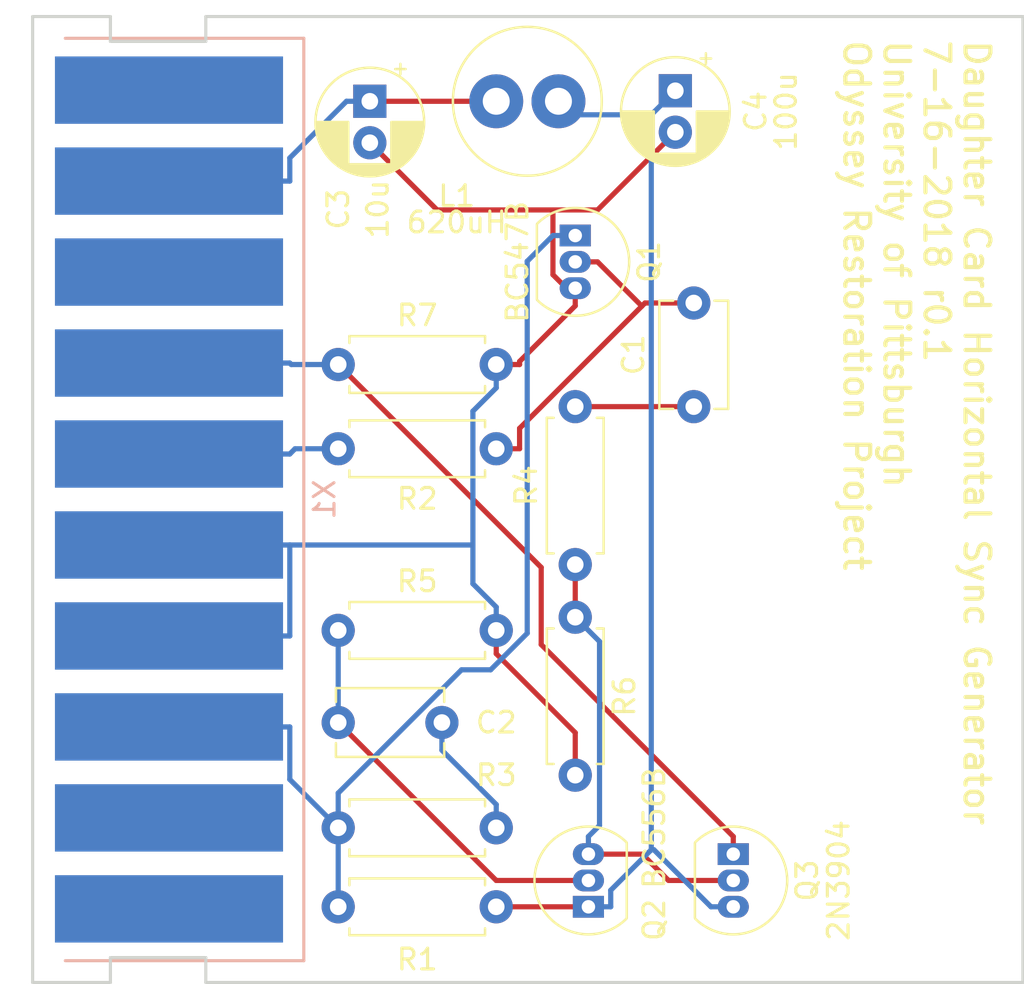
<source format=kicad_pcb>
(kicad_pcb (version 20171130) (host pcbnew "(2017-12-21 revision 23d71cfa9)-makepkg")

  (general
    (thickness 1.6)
    (drawings 13)
    (tracks 83)
    (zones 0)
    (modules 16)
    (nets 16)
  )

  (page A4)
  (title_block
    (title "Odyssey Daughter Card Horizontal Sync Generator")
    (date 2018-07-16)
    (rev 0.1)
    (company "University of Pittsburgh - Odyssey Restoration Project")
    (comment 1 "Levi Burner")
  )

  (layers
    (0 F.Cu signal)
    (31 B.Cu signal)
    (32 B.Adhes user)
    (33 F.Adhes user)
    (34 B.Paste user)
    (35 F.Paste user)
    (36 B.SilkS user)
    (37 F.SilkS user)
    (38 B.Mask user)
    (39 F.Mask user)
    (40 Dwgs.User user)
    (41 Cmts.User user)
    (42 Eco1.User user)
    (43 Eco2.User user)
    (44 Edge.Cuts user)
    (45 Margin user)
    (46 B.CrtYd user)
    (47 F.CrtYd user)
    (48 B.Fab user)
    (49 F.Fab user)
  )

  (setup
    (last_trace_width 0.25)
    (user_trace_width 2.5)
    (trace_clearance 0.2)
    (zone_clearance 0.508)
    (zone_45_only no)
    (trace_min 0.2)
    (segment_width 0.2)
    (edge_width 0.15)
    (via_size 0.8)
    (via_drill 0.4)
    (via_min_size 0.4)
    (via_min_drill 0.3)
    (uvia_size 0.3)
    (uvia_drill 0.1)
    (uvias_allowed no)
    (uvia_min_size 0.2)
    (uvia_min_drill 0.1)
    (pcb_text_width 0.3)
    (pcb_text_size 1.5 1.5)
    (mod_edge_width 0.15)
    (mod_text_size 1 1)
    (mod_text_width 0.15)
    (pad_size 1.05 1.5)
    (pad_drill 0.65)
    (pad_to_mask_clearance 0.2)
    (aux_axis_origin 0 0)
    (visible_elements 7FFFFFFF)
    (pcbplotparams
      (layerselection 0x010f0_ffffffff)
      (usegerberextensions false)
      (usegerberattributes false)
      (usegerberadvancedattributes false)
      (creategerberjobfile false)
      (excludeedgelayer true)
      (linewidth 0.100000)
      (plotframeref false)
      (viasonmask false)
      (mode 1)
      (useauxorigin false)
      (hpglpennumber 1)
      (hpglpenspeed 20)
      (hpglpendiameter 15)
      (psnegative false)
      (psa4output false)
      (plotreference true)
      (plotvalue true)
      (plotinvisibletext false)
      (padsonsilk false)
      (subtractmaskfromsilk false)
      (outputformat 1)
      (mirror false)
      (drillshape 0)
      (scaleselection 1)
      (outputdirectory gerbers/))
  )

  (net 0 "")
  (net 1 "Net-(C1-Pad1)")
  (net 2 "Net-(C1-Pad2)")
  (net 3 "Net-(C2-Pad2)")
  (net 4 "Net-(C2-Pad1)")
  (net 5 /Card9)
  (net 6 GND)
  (net 7 "Net-(C4-Pad1)")
  (net 8 /Card3)
  (net 9 "Net-(Q2-Pad3)")
  (net 10 /Card7)
  (net 11 /Card6)
  (net 12 /Card10)
  (net 13 /Card8)
  (net 14 /Card2)
  (net 15 /Card1)

  (net_class Default "This is the default net class."
    (clearance 0.2)
    (trace_width 0.25)
    (via_dia 0.8)
    (via_drill 0.4)
    (uvia_dia 0.3)
    (uvia_drill 0.1)
    (add_net /Card1)
    (add_net /Card10)
    (add_net /Card2)
    (add_net /Card3)
    (add_net /Card6)
    (add_net /Card7)
    (add_net /Card8)
    (add_net /Card9)
    (add_net GND)
    (add_net "Net-(C1-Pad1)")
    (add_net "Net-(C1-Pad2)")
    (add_net "Net-(C2-Pad1)")
    (add_net "Net-(C2-Pad2)")
    (add_net "Net-(C4-Pad1)")
    (add_net "Net-(Q2-Pad3)")
  )

  (module Odyssey_Daughter_Card:Odyssey_Daughter_Card (layer F.Cu) (tedit 5B0D8ECD) (tstamp 5B2441A7)
    (at 129 101)
    (path /5B0D981F)
    (fp_text reference X1 (at 7.5 0 90) (layer B.SilkS)
      (effects (font (size 1 1) (thickness 0.15)) (justify mirror))
    )
    (fp_text value OdysseyDaughterCard (at 0 -23.25) (layer F.Fab)
      (effects (font (size 1 1) (thickness 0.15)))
    )
    (fp_line (start -5 -22.25) (end 6.5 -22.25) (layer B.SilkS) (width 0.15))
    (fp_line (start 6.5 -22.25) (end 6.5 22.25) (layer B.SilkS) (width 0.15))
    (fp_line (start 6.5 22.25) (end -5 22.25) (layer B.SilkS) (width 0.15))
    (pad 10 smd rect (at 0 -19.75) (size 11 3.25) (layers B.Cu B.Mask)
      (net 12 /Card10))
    (pad 9 smd rect (at 0 -15.361112) (size 11 3.25) (layers B.Cu B.Mask)
      (net 5 /Card9))
    (pad 8 smd rect (at 0 -10.972224) (size 11 3.25) (layers B.Cu B.Mask)
      (net 13 /Card8))
    (pad 7 smd rect (at 0 -6.583336) (size 11 3.25) (layers B.Cu B.Mask)
      (net 10 /Card7))
    (pad 6 smd rect (at 0 -2.194448) (size 11 3.25) (layers B.Cu B.Mask)
      (net 11 /Card6))
    (pad 5 smd rect (at 0 2.19444) (size 11 3.25) (layers B.Cu B.Mask)
      (net 6 GND))
    (pad 4 smd rect (at 0 6.583328) (size 11 3.25) (layers B.Cu B.Mask)
      (net 6 GND))
    (pad 3 smd rect (at 0 10.972216) (size 11 3.25) (layers B.Cu B.Mask)
      (net 8 /Card3))
    (pad 2 smd rect (at 0 15.361104) (size 11 3.25) (layers B.Cu B.Mask)
      (net 14 /Card2))
    (pad 1 smd rect (at 0 19.749992) (size 11 3.25) (layers B.Cu B.Mask)
      (net 15 /Card1))
  )

  (module Capacitor_THT:C_Disc_D5.1mm_W3.2mm_P5.00mm (layer F.Cu) (tedit 5A142A3B) (tstamp 5B79DF06)
    (at 154.305 96.52 90)
    (descr "C, Disc series, Radial, pin pitch=5.00mm, diameter*width=5.1*3.2mm^2, Capacitor, http://www.vishay.com/docs/45233/krseries.pdf")
    (tags "C Disc series Radial pin pitch 5.00mm  diameter 5.1mm width 3.2mm Capacitor")
    (path /5B4D29F6)
    (fp_text reference C1 (at 2.5 -2.91 90) (layer F.SilkS)
      (effects (font (size 1 1) (thickness 0.15)))
    )
    (fp_text value 470p (at 2.5 2.91 90) (layer F.Fab)
      (effects (font (size 1 1) (thickness 0.15)))
    )
    (fp_line (start -0.05 -1.6) (end -0.05 1.6) (layer F.Fab) (width 0.1))
    (fp_line (start -0.05 1.6) (end 5.05 1.6) (layer F.Fab) (width 0.1))
    (fp_line (start 5.05 1.6) (end 5.05 -1.6) (layer F.Fab) (width 0.1))
    (fp_line (start 5.05 -1.6) (end -0.05 -1.6) (layer F.Fab) (width 0.1))
    (fp_line (start -0.11 -1.66) (end 5.11 -1.66) (layer F.SilkS) (width 0.12))
    (fp_line (start -0.11 1.66) (end 5.11 1.66) (layer F.SilkS) (width 0.12))
    (fp_line (start -0.11 -1.66) (end -0.11 -0.996) (layer F.SilkS) (width 0.12))
    (fp_line (start -0.11 0.996) (end -0.11 1.66) (layer F.SilkS) (width 0.12))
    (fp_line (start 5.11 -1.66) (end 5.11 -0.996) (layer F.SilkS) (width 0.12))
    (fp_line (start 5.11 0.996) (end 5.11 1.66) (layer F.SilkS) (width 0.12))
    (fp_line (start -1.05 -1.95) (end -1.05 1.95) (layer F.CrtYd) (width 0.05))
    (fp_line (start -1.05 1.95) (end 6.05 1.95) (layer F.CrtYd) (width 0.05))
    (fp_line (start 6.05 1.95) (end 6.05 -1.95) (layer F.CrtYd) (width 0.05))
    (fp_line (start 6.05 -1.95) (end -1.05 -1.95) (layer F.CrtYd) (width 0.05))
    (fp_text user %R (at 2.5 0 90) (layer F.Fab)
      (effects (font (size 1 1) (thickness 0.15)))
    )
    (pad 1 thru_hole circle (at 0 0 90) (size 1.6 1.6) (drill 0.8) (layers *.Cu *.Mask)
      (net 1 "Net-(C1-Pad1)"))
    (pad 2 thru_hole circle (at 5 0 90) (size 1.6 1.6) (drill 0.8) (layers *.Cu *.Mask)
      (net 2 "Net-(C1-Pad2)"))
    (model ${KISYS3DMOD}/Capacitor_THT.3dshapes/C_Disc_D5.1mm_W3.2mm_P5.00mm.wrl
      (at (xyz 0 0 0))
      (scale (xyz 1 1 1))
      (rotate (xyz 0 0 0))
    )
  )

  (module Capacitor_THT:C_Disc_D5.1mm_W3.2mm_P5.00mm (layer F.Cu) (tedit 5A142A3B) (tstamp 5B79DF1B)
    (at 137.16 111.76)
    (descr "C, Disc series, Radial, pin pitch=5.00mm, diameter*width=5.1*3.2mm^2, Capacitor, http://www.vishay.com/docs/45233/krseries.pdf")
    (tags "C Disc series Radial pin pitch 5.00mm  diameter 5.1mm width 3.2mm Capacitor")
    (path /5B4D2FDD)
    (fp_text reference C2 (at 7.62 0) (layer F.SilkS)
      (effects (font (size 1 1) (thickness 0.15)))
    )
    (fp_text value 680p (at 2.5 2.91) (layer F.Fab)
      (effects (font (size 1 1) (thickness 0.15)))
    )
    (fp_text user %R (at 2.5 0) (layer F.Fab)
      (effects (font (size 1 1) (thickness 0.15)))
    )
    (fp_line (start 6.05 -1.95) (end -1.05 -1.95) (layer F.CrtYd) (width 0.05))
    (fp_line (start 6.05 1.95) (end 6.05 -1.95) (layer F.CrtYd) (width 0.05))
    (fp_line (start -1.05 1.95) (end 6.05 1.95) (layer F.CrtYd) (width 0.05))
    (fp_line (start -1.05 -1.95) (end -1.05 1.95) (layer F.CrtYd) (width 0.05))
    (fp_line (start 5.11 0.996) (end 5.11 1.66) (layer F.SilkS) (width 0.12))
    (fp_line (start 5.11 -1.66) (end 5.11 -0.996) (layer F.SilkS) (width 0.12))
    (fp_line (start -0.11 0.996) (end -0.11 1.66) (layer F.SilkS) (width 0.12))
    (fp_line (start -0.11 -1.66) (end -0.11 -0.996) (layer F.SilkS) (width 0.12))
    (fp_line (start -0.11 1.66) (end 5.11 1.66) (layer F.SilkS) (width 0.12))
    (fp_line (start -0.11 -1.66) (end 5.11 -1.66) (layer F.SilkS) (width 0.12))
    (fp_line (start 5.05 -1.6) (end -0.05 -1.6) (layer F.Fab) (width 0.1))
    (fp_line (start 5.05 1.6) (end 5.05 -1.6) (layer F.Fab) (width 0.1))
    (fp_line (start -0.05 1.6) (end 5.05 1.6) (layer F.Fab) (width 0.1))
    (fp_line (start -0.05 -1.6) (end -0.05 1.6) (layer F.Fab) (width 0.1))
    (pad 2 thru_hole circle (at 5 0) (size 1.6 1.6) (drill 0.8) (layers *.Cu *.Mask)
      (net 3 "Net-(C2-Pad2)"))
    (pad 1 thru_hole circle (at 0 0) (size 1.6 1.6) (drill 0.8) (layers *.Cu *.Mask)
      (net 4 "Net-(C2-Pad1)"))
    (model ${KISYS3DMOD}/Capacitor_THT.3dshapes/C_Disc_D5.1mm_W3.2mm_P5.00mm.wrl
      (at (xyz 0 0 0))
      (scale (xyz 1 1 1))
      (rotate (xyz 0 0 0))
    )
  )

  (module Capacitor_THT:CP_Radial_D5.0mm_P2.00mm (layer F.Cu) (tedit 5B4D2CC7) (tstamp 5B79DF9E)
    (at 138.684 81.788 270)
    (descr "CP, Radial series, Radial, pin pitch=2.00mm, , diameter=5mm, Electrolytic Capacitor")
    (tags "CP Radial series Radial pin pitch 2.00mm  diameter 5mm Electrolytic Capacitor")
    (path /5B4D2C74)
    (fp_text reference C3 (at 5.207 1.524 270) (layer F.SilkS)
      (effects (font (size 1 1) (thickness 0.15)))
    )
    (fp_text value 10u (at 5.207 -0.381 270) (layer F.SilkS)
      (effects (font (size 1 1) (thickness 0.15)))
    )
    (fp_circle (center 1 0) (end 3.5 0) (layer F.Fab) (width 0.1))
    (fp_circle (center 1 0) (end 3.62 0) (layer F.SilkS) (width 0.12))
    (fp_circle (center 1 0) (end 3.75 0) (layer F.CrtYd) (width 0.05))
    (fp_line (start -1.133605 -1.0875) (end -0.633605 -1.0875) (layer F.Fab) (width 0.1))
    (fp_line (start -0.883605 -1.3375) (end -0.883605 -0.8375) (layer F.Fab) (width 0.1))
    (fp_line (start 1 1.04) (end 1 2.58) (layer F.SilkS) (width 0.12))
    (fp_line (start 1 -2.58) (end 1 -1.04) (layer F.SilkS) (width 0.12))
    (fp_line (start 1.04 1.04) (end 1.04 2.58) (layer F.SilkS) (width 0.12))
    (fp_line (start 1.04 -2.58) (end 1.04 -1.04) (layer F.SilkS) (width 0.12))
    (fp_line (start 1.08 -2.579) (end 1.08 -1.04) (layer F.SilkS) (width 0.12))
    (fp_line (start 1.08 1.04) (end 1.08 2.579) (layer F.SilkS) (width 0.12))
    (fp_line (start 1.12 -2.578) (end 1.12 -1.04) (layer F.SilkS) (width 0.12))
    (fp_line (start 1.12 1.04) (end 1.12 2.578) (layer F.SilkS) (width 0.12))
    (fp_line (start 1.16 -2.576) (end 1.16 -1.04) (layer F.SilkS) (width 0.12))
    (fp_line (start 1.16 1.04) (end 1.16 2.576) (layer F.SilkS) (width 0.12))
    (fp_line (start 1.2 -2.573) (end 1.2 -1.04) (layer F.SilkS) (width 0.12))
    (fp_line (start 1.2 1.04) (end 1.2 2.573) (layer F.SilkS) (width 0.12))
    (fp_line (start 1.24 -2.569) (end 1.24 -1.04) (layer F.SilkS) (width 0.12))
    (fp_line (start 1.24 1.04) (end 1.24 2.569) (layer F.SilkS) (width 0.12))
    (fp_line (start 1.28 -2.565) (end 1.28 -1.04) (layer F.SilkS) (width 0.12))
    (fp_line (start 1.28 1.04) (end 1.28 2.565) (layer F.SilkS) (width 0.12))
    (fp_line (start 1.32 -2.561) (end 1.32 -1.04) (layer F.SilkS) (width 0.12))
    (fp_line (start 1.32 1.04) (end 1.32 2.561) (layer F.SilkS) (width 0.12))
    (fp_line (start 1.36 -2.556) (end 1.36 -1.04) (layer F.SilkS) (width 0.12))
    (fp_line (start 1.36 1.04) (end 1.36 2.556) (layer F.SilkS) (width 0.12))
    (fp_line (start 1.4 -2.55) (end 1.4 -1.04) (layer F.SilkS) (width 0.12))
    (fp_line (start 1.4 1.04) (end 1.4 2.55) (layer F.SilkS) (width 0.12))
    (fp_line (start 1.44 -2.543) (end 1.44 -1.04) (layer F.SilkS) (width 0.12))
    (fp_line (start 1.44 1.04) (end 1.44 2.543) (layer F.SilkS) (width 0.12))
    (fp_line (start 1.48 -2.536) (end 1.48 -1.04) (layer F.SilkS) (width 0.12))
    (fp_line (start 1.48 1.04) (end 1.48 2.536) (layer F.SilkS) (width 0.12))
    (fp_line (start 1.52 -2.528) (end 1.52 -1.04) (layer F.SilkS) (width 0.12))
    (fp_line (start 1.52 1.04) (end 1.52 2.528) (layer F.SilkS) (width 0.12))
    (fp_line (start 1.56 -2.52) (end 1.56 -1.04) (layer F.SilkS) (width 0.12))
    (fp_line (start 1.56 1.04) (end 1.56 2.52) (layer F.SilkS) (width 0.12))
    (fp_line (start 1.6 -2.511) (end 1.6 -1.04) (layer F.SilkS) (width 0.12))
    (fp_line (start 1.6 1.04) (end 1.6 2.511) (layer F.SilkS) (width 0.12))
    (fp_line (start 1.64 -2.501) (end 1.64 -1.04) (layer F.SilkS) (width 0.12))
    (fp_line (start 1.64 1.04) (end 1.64 2.501) (layer F.SilkS) (width 0.12))
    (fp_line (start 1.68 -2.491) (end 1.68 -1.04) (layer F.SilkS) (width 0.12))
    (fp_line (start 1.68 1.04) (end 1.68 2.491) (layer F.SilkS) (width 0.12))
    (fp_line (start 1.721 -2.48) (end 1.721 -1.04) (layer F.SilkS) (width 0.12))
    (fp_line (start 1.721 1.04) (end 1.721 2.48) (layer F.SilkS) (width 0.12))
    (fp_line (start 1.761 -2.468) (end 1.761 -1.04) (layer F.SilkS) (width 0.12))
    (fp_line (start 1.761 1.04) (end 1.761 2.468) (layer F.SilkS) (width 0.12))
    (fp_line (start 1.801 -2.455) (end 1.801 -1.04) (layer F.SilkS) (width 0.12))
    (fp_line (start 1.801 1.04) (end 1.801 2.455) (layer F.SilkS) (width 0.12))
    (fp_line (start 1.841 -2.442) (end 1.841 -1.04) (layer F.SilkS) (width 0.12))
    (fp_line (start 1.841 1.04) (end 1.841 2.442) (layer F.SilkS) (width 0.12))
    (fp_line (start 1.881 -2.428) (end 1.881 -1.04) (layer F.SilkS) (width 0.12))
    (fp_line (start 1.881 1.04) (end 1.881 2.428) (layer F.SilkS) (width 0.12))
    (fp_line (start 1.921 -2.414) (end 1.921 -1.04) (layer F.SilkS) (width 0.12))
    (fp_line (start 1.921 1.04) (end 1.921 2.414) (layer F.SilkS) (width 0.12))
    (fp_line (start 1.961 -2.398) (end 1.961 -1.04) (layer F.SilkS) (width 0.12))
    (fp_line (start 1.961 1.04) (end 1.961 2.398) (layer F.SilkS) (width 0.12))
    (fp_line (start 2.001 -2.382) (end 2.001 -1.04) (layer F.SilkS) (width 0.12))
    (fp_line (start 2.001 1.04) (end 2.001 2.382) (layer F.SilkS) (width 0.12))
    (fp_line (start 2.041 -2.365) (end 2.041 -1.04) (layer F.SilkS) (width 0.12))
    (fp_line (start 2.041 1.04) (end 2.041 2.365) (layer F.SilkS) (width 0.12))
    (fp_line (start 2.081 -2.348) (end 2.081 -1.04) (layer F.SilkS) (width 0.12))
    (fp_line (start 2.081 1.04) (end 2.081 2.348) (layer F.SilkS) (width 0.12))
    (fp_line (start 2.121 -2.329) (end 2.121 -1.04) (layer F.SilkS) (width 0.12))
    (fp_line (start 2.121 1.04) (end 2.121 2.329) (layer F.SilkS) (width 0.12))
    (fp_line (start 2.161 -2.31) (end 2.161 -1.04) (layer F.SilkS) (width 0.12))
    (fp_line (start 2.161 1.04) (end 2.161 2.31) (layer F.SilkS) (width 0.12))
    (fp_line (start 2.201 -2.29) (end 2.201 -1.04) (layer F.SilkS) (width 0.12))
    (fp_line (start 2.201 1.04) (end 2.201 2.29) (layer F.SilkS) (width 0.12))
    (fp_line (start 2.241 -2.268) (end 2.241 -1.04) (layer F.SilkS) (width 0.12))
    (fp_line (start 2.241 1.04) (end 2.241 2.268) (layer F.SilkS) (width 0.12))
    (fp_line (start 2.281 -2.247) (end 2.281 -1.04) (layer F.SilkS) (width 0.12))
    (fp_line (start 2.281 1.04) (end 2.281 2.247) (layer F.SilkS) (width 0.12))
    (fp_line (start 2.321 -2.224) (end 2.321 -1.04) (layer F.SilkS) (width 0.12))
    (fp_line (start 2.321 1.04) (end 2.321 2.224) (layer F.SilkS) (width 0.12))
    (fp_line (start 2.361 -2.2) (end 2.361 -1.04) (layer F.SilkS) (width 0.12))
    (fp_line (start 2.361 1.04) (end 2.361 2.2) (layer F.SilkS) (width 0.12))
    (fp_line (start 2.401 -2.175) (end 2.401 -1.04) (layer F.SilkS) (width 0.12))
    (fp_line (start 2.401 1.04) (end 2.401 2.175) (layer F.SilkS) (width 0.12))
    (fp_line (start 2.441 -2.149) (end 2.441 -1.04) (layer F.SilkS) (width 0.12))
    (fp_line (start 2.441 1.04) (end 2.441 2.149) (layer F.SilkS) (width 0.12))
    (fp_line (start 2.481 -2.122) (end 2.481 -1.04) (layer F.SilkS) (width 0.12))
    (fp_line (start 2.481 1.04) (end 2.481 2.122) (layer F.SilkS) (width 0.12))
    (fp_line (start 2.521 -2.095) (end 2.521 -1.04) (layer F.SilkS) (width 0.12))
    (fp_line (start 2.521 1.04) (end 2.521 2.095) (layer F.SilkS) (width 0.12))
    (fp_line (start 2.561 -2.065) (end 2.561 -1.04) (layer F.SilkS) (width 0.12))
    (fp_line (start 2.561 1.04) (end 2.561 2.065) (layer F.SilkS) (width 0.12))
    (fp_line (start 2.601 -2.035) (end 2.601 -1.04) (layer F.SilkS) (width 0.12))
    (fp_line (start 2.601 1.04) (end 2.601 2.035) (layer F.SilkS) (width 0.12))
    (fp_line (start 2.641 -2.004) (end 2.641 -1.04) (layer F.SilkS) (width 0.12))
    (fp_line (start 2.641 1.04) (end 2.641 2.004) (layer F.SilkS) (width 0.12))
    (fp_line (start 2.681 -1.971) (end 2.681 -1.04) (layer F.SilkS) (width 0.12))
    (fp_line (start 2.681 1.04) (end 2.681 1.971) (layer F.SilkS) (width 0.12))
    (fp_line (start 2.721 -1.937) (end 2.721 -1.04) (layer F.SilkS) (width 0.12))
    (fp_line (start 2.721 1.04) (end 2.721 1.937) (layer F.SilkS) (width 0.12))
    (fp_line (start 2.761 -1.901) (end 2.761 -1.04) (layer F.SilkS) (width 0.12))
    (fp_line (start 2.761 1.04) (end 2.761 1.901) (layer F.SilkS) (width 0.12))
    (fp_line (start 2.801 -1.864) (end 2.801 -1.04) (layer F.SilkS) (width 0.12))
    (fp_line (start 2.801 1.04) (end 2.801 1.864) (layer F.SilkS) (width 0.12))
    (fp_line (start 2.841 -1.826) (end 2.841 -1.04) (layer F.SilkS) (width 0.12))
    (fp_line (start 2.841 1.04) (end 2.841 1.826) (layer F.SilkS) (width 0.12))
    (fp_line (start 2.881 -1.785) (end 2.881 -1.04) (layer F.SilkS) (width 0.12))
    (fp_line (start 2.881 1.04) (end 2.881 1.785) (layer F.SilkS) (width 0.12))
    (fp_line (start 2.921 -1.743) (end 2.921 -1.04) (layer F.SilkS) (width 0.12))
    (fp_line (start 2.921 1.04) (end 2.921 1.743) (layer F.SilkS) (width 0.12))
    (fp_line (start 2.961 -1.699) (end 2.961 -1.04) (layer F.SilkS) (width 0.12))
    (fp_line (start 2.961 1.04) (end 2.961 1.699) (layer F.SilkS) (width 0.12))
    (fp_line (start 3.001 -1.653) (end 3.001 -1.04) (layer F.SilkS) (width 0.12))
    (fp_line (start 3.001 1.04) (end 3.001 1.653) (layer F.SilkS) (width 0.12))
    (fp_line (start 3.041 -1.605) (end 3.041 1.605) (layer F.SilkS) (width 0.12))
    (fp_line (start 3.081 -1.554) (end 3.081 1.554) (layer F.SilkS) (width 0.12))
    (fp_line (start 3.121 -1.5) (end 3.121 1.5) (layer F.SilkS) (width 0.12))
    (fp_line (start 3.161 -1.443) (end 3.161 1.443) (layer F.SilkS) (width 0.12))
    (fp_line (start 3.201 -1.383) (end 3.201 1.383) (layer F.SilkS) (width 0.12))
    (fp_line (start 3.241 -1.319) (end 3.241 1.319) (layer F.SilkS) (width 0.12))
    (fp_line (start 3.281 -1.251) (end 3.281 1.251) (layer F.SilkS) (width 0.12))
    (fp_line (start 3.321 -1.178) (end 3.321 1.178) (layer F.SilkS) (width 0.12))
    (fp_line (start 3.361 -1.098) (end 3.361 1.098) (layer F.SilkS) (width 0.12))
    (fp_line (start 3.401 -1.011) (end 3.401 1.011) (layer F.SilkS) (width 0.12))
    (fp_line (start 3.441 -0.915) (end 3.441 0.915) (layer F.SilkS) (width 0.12))
    (fp_line (start 3.481 -0.805) (end 3.481 0.805) (layer F.SilkS) (width 0.12))
    (fp_line (start 3.521 -0.677) (end 3.521 0.677) (layer F.SilkS) (width 0.12))
    (fp_line (start 3.561 -0.518) (end 3.561 0.518) (layer F.SilkS) (width 0.12))
    (fp_line (start 3.601 -0.284) (end 3.601 0.284) (layer F.SilkS) (width 0.12))
    (fp_line (start -1.804775 -1.475) (end -1.304775 -1.475) (layer F.SilkS) (width 0.12))
    (fp_line (start -1.554775 -1.725) (end -1.554775 -1.225) (layer F.SilkS) (width 0.12))
    (fp_text user %R (at 1 0 270) (layer F.Fab)
      (effects (font (size 1 1) (thickness 0.15)))
    )
    (pad 1 thru_hole rect (at 0 0 270) (size 1.6 1.6) (drill 0.8) (layers *.Cu *.Mask)
      (net 5 /Card9))
    (pad 2 thru_hole circle (at 2 0 270) (size 1.6 1.6) (drill 0.8) (layers *.Cu *.Mask)
      (net 6 GND))
    (model ${KISYS3DMOD}/Capacitor_THT.3dshapes/CP_Radial_D5.0mm_P2.00mm.wrl
      (at (xyz 0 0 0))
      (scale (xyz 1 1 1))
      (rotate (xyz 0 0 0))
    )
  )

  (module Capacitor_THT:CP_Radial_D5.0mm_P2.00mm (layer F.Cu) (tedit 5B4D2CBE) (tstamp 5B79E021)
    (at 153.416 81.28 270)
    (descr "CP, Radial series, Radial, pin pitch=2.00mm, , diameter=5mm, Electrolytic Capacitor")
    (tags "CP Radial series Radial pin pitch 2.00mm  diameter 5mm Electrolytic Capacitor")
    (path /5B4D2CC4)
    (fp_text reference C4 (at 1 -3.87 270) (layer F.SilkS)
      (effects (font (size 1 1) (thickness 0.15)))
    )
    (fp_text value 100u (at 1 -5.334 270) (layer F.SilkS)
      (effects (font (size 1 1) (thickness 0.15)))
    )
    (fp_text user %R (at 1 0 270) (layer F.Fab)
      (effects (font (size 1 1) (thickness 0.15)))
    )
    (fp_line (start -1.554775 -1.725) (end -1.554775 -1.225) (layer F.SilkS) (width 0.12))
    (fp_line (start -1.804775 -1.475) (end -1.304775 -1.475) (layer F.SilkS) (width 0.12))
    (fp_line (start 3.601 -0.284) (end 3.601 0.284) (layer F.SilkS) (width 0.12))
    (fp_line (start 3.561 -0.518) (end 3.561 0.518) (layer F.SilkS) (width 0.12))
    (fp_line (start 3.521 -0.677) (end 3.521 0.677) (layer F.SilkS) (width 0.12))
    (fp_line (start 3.481 -0.805) (end 3.481 0.805) (layer F.SilkS) (width 0.12))
    (fp_line (start 3.441 -0.915) (end 3.441 0.915) (layer F.SilkS) (width 0.12))
    (fp_line (start 3.401 -1.011) (end 3.401 1.011) (layer F.SilkS) (width 0.12))
    (fp_line (start 3.361 -1.098) (end 3.361 1.098) (layer F.SilkS) (width 0.12))
    (fp_line (start 3.321 -1.178) (end 3.321 1.178) (layer F.SilkS) (width 0.12))
    (fp_line (start 3.281 -1.251) (end 3.281 1.251) (layer F.SilkS) (width 0.12))
    (fp_line (start 3.241 -1.319) (end 3.241 1.319) (layer F.SilkS) (width 0.12))
    (fp_line (start 3.201 -1.383) (end 3.201 1.383) (layer F.SilkS) (width 0.12))
    (fp_line (start 3.161 -1.443) (end 3.161 1.443) (layer F.SilkS) (width 0.12))
    (fp_line (start 3.121 -1.5) (end 3.121 1.5) (layer F.SilkS) (width 0.12))
    (fp_line (start 3.081 -1.554) (end 3.081 1.554) (layer F.SilkS) (width 0.12))
    (fp_line (start 3.041 -1.605) (end 3.041 1.605) (layer F.SilkS) (width 0.12))
    (fp_line (start 3.001 1.04) (end 3.001 1.653) (layer F.SilkS) (width 0.12))
    (fp_line (start 3.001 -1.653) (end 3.001 -1.04) (layer F.SilkS) (width 0.12))
    (fp_line (start 2.961 1.04) (end 2.961 1.699) (layer F.SilkS) (width 0.12))
    (fp_line (start 2.961 -1.699) (end 2.961 -1.04) (layer F.SilkS) (width 0.12))
    (fp_line (start 2.921 1.04) (end 2.921 1.743) (layer F.SilkS) (width 0.12))
    (fp_line (start 2.921 -1.743) (end 2.921 -1.04) (layer F.SilkS) (width 0.12))
    (fp_line (start 2.881 1.04) (end 2.881 1.785) (layer F.SilkS) (width 0.12))
    (fp_line (start 2.881 -1.785) (end 2.881 -1.04) (layer F.SilkS) (width 0.12))
    (fp_line (start 2.841 1.04) (end 2.841 1.826) (layer F.SilkS) (width 0.12))
    (fp_line (start 2.841 -1.826) (end 2.841 -1.04) (layer F.SilkS) (width 0.12))
    (fp_line (start 2.801 1.04) (end 2.801 1.864) (layer F.SilkS) (width 0.12))
    (fp_line (start 2.801 -1.864) (end 2.801 -1.04) (layer F.SilkS) (width 0.12))
    (fp_line (start 2.761 1.04) (end 2.761 1.901) (layer F.SilkS) (width 0.12))
    (fp_line (start 2.761 -1.901) (end 2.761 -1.04) (layer F.SilkS) (width 0.12))
    (fp_line (start 2.721 1.04) (end 2.721 1.937) (layer F.SilkS) (width 0.12))
    (fp_line (start 2.721 -1.937) (end 2.721 -1.04) (layer F.SilkS) (width 0.12))
    (fp_line (start 2.681 1.04) (end 2.681 1.971) (layer F.SilkS) (width 0.12))
    (fp_line (start 2.681 -1.971) (end 2.681 -1.04) (layer F.SilkS) (width 0.12))
    (fp_line (start 2.641 1.04) (end 2.641 2.004) (layer F.SilkS) (width 0.12))
    (fp_line (start 2.641 -2.004) (end 2.641 -1.04) (layer F.SilkS) (width 0.12))
    (fp_line (start 2.601 1.04) (end 2.601 2.035) (layer F.SilkS) (width 0.12))
    (fp_line (start 2.601 -2.035) (end 2.601 -1.04) (layer F.SilkS) (width 0.12))
    (fp_line (start 2.561 1.04) (end 2.561 2.065) (layer F.SilkS) (width 0.12))
    (fp_line (start 2.561 -2.065) (end 2.561 -1.04) (layer F.SilkS) (width 0.12))
    (fp_line (start 2.521 1.04) (end 2.521 2.095) (layer F.SilkS) (width 0.12))
    (fp_line (start 2.521 -2.095) (end 2.521 -1.04) (layer F.SilkS) (width 0.12))
    (fp_line (start 2.481 1.04) (end 2.481 2.122) (layer F.SilkS) (width 0.12))
    (fp_line (start 2.481 -2.122) (end 2.481 -1.04) (layer F.SilkS) (width 0.12))
    (fp_line (start 2.441 1.04) (end 2.441 2.149) (layer F.SilkS) (width 0.12))
    (fp_line (start 2.441 -2.149) (end 2.441 -1.04) (layer F.SilkS) (width 0.12))
    (fp_line (start 2.401 1.04) (end 2.401 2.175) (layer F.SilkS) (width 0.12))
    (fp_line (start 2.401 -2.175) (end 2.401 -1.04) (layer F.SilkS) (width 0.12))
    (fp_line (start 2.361 1.04) (end 2.361 2.2) (layer F.SilkS) (width 0.12))
    (fp_line (start 2.361 -2.2) (end 2.361 -1.04) (layer F.SilkS) (width 0.12))
    (fp_line (start 2.321 1.04) (end 2.321 2.224) (layer F.SilkS) (width 0.12))
    (fp_line (start 2.321 -2.224) (end 2.321 -1.04) (layer F.SilkS) (width 0.12))
    (fp_line (start 2.281 1.04) (end 2.281 2.247) (layer F.SilkS) (width 0.12))
    (fp_line (start 2.281 -2.247) (end 2.281 -1.04) (layer F.SilkS) (width 0.12))
    (fp_line (start 2.241 1.04) (end 2.241 2.268) (layer F.SilkS) (width 0.12))
    (fp_line (start 2.241 -2.268) (end 2.241 -1.04) (layer F.SilkS) (width 0.12))
    (fp_line (start 2.201 1.04) (end 2.201 2.29) (layer F.SilkS) (width 0.12))
    (fp_line (start 2.201 -2.29) (end 2.201 -1.04) (layer F.SilkS) (width 0.12))
    (fp_line (start 2.161 1.04) (end 2.161 2.31) (layer F.SilkS) (width 0.12))
    (fp_line (start 2.161 -2.31) (end 2.161 -1.04) (layer F.SilkS) (width 0.12))
    (fp_line (start 2.121 1.04) (end 2.121 2.329) (layer F.SilkS) (width 0.12))
    (fp_line (start 2.121 -2.329) (end 2.121 -1.04) (layer F.SilkS) (width 0.12))
    (fp_line (start 2.081 1.04) (end 2.081 2.348) (layer F.SilkS) (width 0.12))
    (fp_line (start 2.081 -2.348) (end 2.081 -1.04) (layer F.SilkS) (width 0.12))
    (fp_line (start 2.041 1.04) (end 2.041 2.365) (layer F.SilkS) (width 0.12))
    (fp_line (start 2.041 -2.365) (end 2.041 -1.04) (layer F.SilkS) (width 0.12))
    (fp_line (start 2.001 1.04) (end 2.001 2.382) (layer F.SilkS) (width 0.12))
    (fp_line (start 2.001 -2.382) (end 2.001 -1.04) (layer F.SilkS) (width 0.12))
    (fp_line (start 1.961 1.04) (end 1.961 2.398) (layer F.SilkS) (width 0.12))
    (fp_line (start 1.961 -2.398) (end 1.961 -1.04) (layer F.SilkS) (width 0.12))
    (fp_line (start 1.921 1.04) (end 1.921 2.414) (layer F.SilkS) (width 0.12))
    (fp_line (start 1.921 -2.414) (end 1.921 -1.04) (layer F.SilkS) (width 0.12))
    (fp_line (start 1.881 1.04) (end 1.881 2.428) (layer F.SilkS) (width 0.12))
    (fp_line (start 1.881 -2.428) (end 1.881 -1.04) (layer F.SilkS) (width 0.12))
    (fp_line (start 1.841 1.04) (end 1.841 2.442) (layer F.SilkS) (width 0.12))
    (fp_line (start 1.841 -2.442) (end 1.841 -1.04) (layer F.SilkS) (width 0.12))
    (fp_line (start 1.801 1.04) (end 1.801 2.455) (layer F.SilkS) (width 0.12))
    (fp_line (start 1.801 -2.455) (end 1.801 -1.04) (layer F.SilkS) (width 0.12))
    (fp_line (start 1.761 1.04) (end 1.761 2.468) (layer F.SilkS) (width 0.12))
    (fp_line (start 1.761 -2.468) (end 1.761 -1.04) (layer F.SilkS) (width 0.12))
    (fp_line (start 1.721 1.04) (end 1.721 2.48) (layer F.SilkS) (width 0.12))
    (fp_line (start 1.721 -2.48) (end 1.721 -1.04) (layer F.SilkS) (width 0.12))
    (fp_line (start 1.68 1.04) (end 1.68 2.491) (layer F.SilkS) (width 0.12))
    (fp_line (start 1.68 -2.491) (end 1.68 -1.04) (layer F.SilkS) (width 0.12))
    (fp_line (start 1.64 1.04) (end 1.64 2.501) (layer F.SilkS) (width 0.12))
    (fp_line (start 1.64 -2.501) (end 1.64 -1.04) (layer F.SilkS) (width 0.12))
    (fp_line (start 1.6 1.04) (end 1.6 2.511) (layer F.SilkS) (width 0.12))
    (fp_line (start 1.6 -2.511) (end 1.6 -1.04) (layer F.SilkS) (width 0.12))
    (fp_line (start 1.56 1.04) (end 1.56 2.52) (layer F.SilkS) (width 0.12))
    (fp_line (start 1.56 -2.52) (end 1.56 -1.04) (layer F.SilkS) (width 0.12))
    (fp_line (start 1.52 1.04) (end 1.52 2.528) (layer F.SilkS) (width 0.12))
    (fp_line (start 1.52 -2.528) (end 1.52 -1.04) (layer F.SilkS) (width 0.12))
    (fp_line (start 1.48 1.04) (end 1.48 2.536) (layer F.SilkS) (width 0.12))
    (fp_line (start 1.48 -2.536) (end 1.48 -1.04) (layer F.SilkS) (width 0.12))
    (fp_line (start 1.44 1.04) (end 1.44 2.543) (layer F.SilkS) (width 0.12))
    (fp_line (start 1.44 -2.543) (end 1.44 -1.04) (layer F.SilkS) (width 0.12))
    (fp_line (start 1.4 1.04) (end 1.4 2.55) (layer F.SilkS) (width 0.12))
    (fp_line (start 1.4 -2.55) (end 1.4 -1.04) (layer F.SilkS) (width 0.12))
    (fp_line (start 1.36 1.04) (end 1.36 2.556) (layer F.SilkS) (width 0.12))
    (fp_line (start 1.36 -2.556) (end 1.36 -1.04) (layer F.SilkS) (width 0.12))
    (fp_line (start 1.32 1.04) (end 1.32 2.561) (layer F.SilkS) (width 0.12))
    (fp_line (start 1.32 -2.561) (end 1.32 -1.04) (layer F.SilkS) (width 0.12))
    (fp_line (start 1.28 1.04) (end 1.28 2.565) (layer F.SilkS) (width 0.12))
    (fp_line (start 1.28 -2.565) (end 1.28 -1.04) (layer F.SilkS) (width 0.12))
    (fp_line (start 1.24 1.04) (end 1.24 2.569) (layer F.SilkS) (width 0.12))
    (fp_line (start 1.24 -2.569) (end 1.24 -1.04) (layer F.SilkS) (width 0.12))
    (fp_line (start 1.2 1.04) (end 1.2 2.573) (layer F.SilkS) (width 0.12))
    (fp_line (start 1.2 -2.573) (end 1.2 -1.04) (layer F.SilkS) (width 0.12))
    (fp_line (start 1.16 1.04) (end 1.16 2.576) (layer F.SilkS) (width 0.12))
    (fp_line (start 1.16 -2.576) (end 1.16 -1.04) (layer F.SilkS) (width 0.12))
    (fp_line (start 1.12 1.04) (end 1.12 2.578) (layer F.SilkS) (width 0.12))
    (fp_line (start 1.12 -2.578) (end 1.12 -1.04) (layer F.SilkS) (width 0.12))
    (fp_line (start 1.08 1.04) (end 1.08 2.579) (layer F.SilkS) (width 0.12))
    (fp_line (start 1.08 -2.579) (end 1.08 -1.04) (layer F.SilkS) (width 0.12))
    (fp_line (start 1.04 -2.58) (end 1.04 -1.04) (layer F.SilkS) (width 0.12))
    (fp_line (start 1.04 1.04) (end 1.04 2.58) (layer F.SilkS) (width 0.12))
    (fp_line (start 1 -2.58) (end 1 -1.04) (layer F.SilkS) (width 0.12))
    (fp_line (start 1 1.04) (end 1 2.58) (layer F.SilkS) (width 0.12))
    (fp_line (start -0.883605 -1.3375) (end -0.883605 -0.8375) (layer F.Fab) (width 0.1))
    (fp_line (start -1.133605 -1.0875) (end -0.633605 -1.0875) (layer F.Fab) (width 0.1))
    (fp_circle (center 1 0) (end 3.75 0) (layer F.CrtYd) (width 0.05))
    (fp_circle (center 1 0) (end 3.62 0) (layer F.SilkS) (width 0.12))
    (fp_circle (center 1 0) (end 3.5 0) (layer F.Fab) (width 0.1))
    (pad 2 thru_hole circle (at 2 0 270) (size 1.6 1.6) (drill 0.8) (layers *.Cu *.Mask)
      (net 6 GND))
    (pad 1 thru_hole rect (at 0 0 270) (size 1.6 1.6) (drill 0.8) (layers *.Cu *.Mask)
      (net 7 "Net-(C4-Pad1)"))
    (model ${KISYS3DMOD}/Capacitor_THT.3dshapes/CP_Radial_D5.0mm_P2.00mm.wrl
      (at (xyz 0 0 0))
      (scale (xyz 1 1 1))
      (rotate (xyz 0 0 0))
    )
  )

  (module Inductor_THT:L_Radial_D7.0mm_P3.00mm (layer F.Cu) (tedit 5B4D2CD2) (tstamp 5B79E02E)
    (at 144.78 81.788)
    (descr "L, Radial series, Radial, pin pitch=3.00mm, , diameter=7mm, http://www.abracon.com/Magnetics/radial/AIUR-16.pdf")
    (tags "L Radial series Radial pin pitch 3.00mm  diameter 7mm")
    (path /5B4D2DFB)
    (fp_text reference L1 (at -1.905 4.572) (layer F.SilkS)
      (effects (font (size 1 1) (thickness 0.15)))
    )
    (fp_text value 620uH (at -1.905 5.842) (layer F.SilkS)
      (effects (font (size 1 1) (thickness 0.15)))
    )
    (fp_text user %R (at 1.5 0) (layer F.Fab)
      (effects (font (size 1 1) (thickness 0.15)))
    )
    (fp_line (start -2.35 -3.85) (end -2.35 3.85) (layer F.CrtYd) (width 0.05))
    (fp_line (start -2.35 3.85) (end 5.35 3.85) (layer F.CrtYd) (width 0.05))
    (fp_line (start 5.35 3.85) (end 5.35 -3.85) (layer F.CrtYd) (width 0.05))
    (fp_line (start 5.35 -3.85) (end -2.35 -3.85) (layer F.CrtYd) (width 0.05))
    (fp_circle (center 1.5 0) (end 5 0) (layer F.Fab) (width 0.1))
    (fp_circle (center 1.5 0) (end 5.09 0) (layer F.SilkS) (width 0.12))
    (pad 1 thru_hole circle (at 0 0) (size 2.6 2.6) (drill 1.3) (layers *.Cu *.Mask)
      (net 5 /Card9))
    (pad 2 thru_hole circle (at 3 0) (size 2.6 2.6) (drill 1.3) (layers *.Cu *.Mask)
      (net 7 "Net-(C4-Pad1)"))
    (model ${KISYS3DMOD}/Inductor_THT.3dshapes/L_Radial_D7.0mm_P3.00mm.wrl
      (at (xyz 0 0 0))
      (scale (xyz 1 1 1))
      (rotate (xyz 0 0 0))
    )
  )

  (module Package_TO_SOT_THT:TO-92_Inline (layer F.Cu) (tedit 5B4E6D78) (tstamp 5B79E040)
    (at 148.59 88.265 270)
    (descr "TO-92 leads in-line, narrow, oval pads, drill 0.75mm (see NXP sot054_po.pdf)")
    (tags "to-92 sc-43 sc-43a sot54 PA33 transistor")
    (path /5B4D27B5)
    (fp_text reference Q1 (at 1.27 -3.56 270) (layer F.SilkS)
      (effects (font (size 1 1) (thickness 0.15)))
    )
    (fp_text value BC547B (at 1.27 2.79 270) (layer F.SilkS)
      (effects (font (size 1 1) (thickness 0.15)))
    )
    (fp_text user %R (at 1.27 -3.56 270) (layer F.Fab)
      (effects (font (size 1 1) (thickness 0.15)))
    )
    (fp_line (start -0.53 1.85) (end 3.07 1.85) (layer F.SilkS) (width 0.12))
    (fp_line (start -0.5 1.75) (end 3 1.75) (layer F.Fab) (width 0.1))
    (fp_line (start -1.46 -2.73) (end 4 -2.73) (layer F.CrtYd) (width 0.05))
    (fp_line (start -1.46 -2.73) (end -1.46 2.01) (layer F.CrtYd) (width 0.05))
    (fp_line (start 4 2.01) (end 4 -2.73) (layer F.CrtYd) (width 0.05))
    (fp_line (start 4 2.01) (end -1.46 2.01) (layer F.CrtYd) (width 0.05))
    (fp_arc (start 1.27 0) (end 1.27 -2.48) (angle 135) (layer F.Fab) (width 0.1))
    (fp_arc (start 1.27 0) (end 1.27 -2.6) (angle -135) (layer F.SilkS) (width 0.12))
    (fp_arc (start 1.27 0) (end 1.27 -2.48) (angle -135) (layer F.Fab) (width 0.1))
    (fp_arc (start 1.27 0) (end 1.27 -2.6) (angle 135) (layer F.SilkS) (width 0.12))
    (pad 2 thru_hole oval (at 1.27 0 270) (size 1.05 1.5) (drill 0.65) (layers *.Cu *.Mask)
      (net 2 "Net-(C1-Pad2)"))
    (pad 3 thru_hole oval (at 2.54 0 270) (size 1.05 1.5) (drill 0.65) (layers *.Cu *.Mask)
      (net 6 GND))
    (pad 1 thru_hole rect (at 0 0 270) (size 1.05 1.5) (drill 0.65) (layers *.Cu *.Mask)
      (net 8 /Card3))
    (model ${KISYS3DMOD}/Package_TO_SOT_THT.3dshapes/TO-92_Inline.wrl
      (at (xyz 0 0 0))
      (scale (xyz 1 1 1))
      (rotate (xyz 0 0 0))
    )
  )

  (module Package_TO_SOT_THT:TO-92_Inline (layer F.Cu) (tedit 5B4E6D87) (tstamp 5B79E052)
    (at 149.225 120.65 90)
    (descr "TO-92 leads in-line, narrow, oval pads, drill 0.75mm (see NXP sot054_po.pdf)")
    (tags "to-92 sc-43 sc-43a sot54 PA33 transistor")
    (path /5B4D26CA)
    (fp_text reference Q2 (at -0.635 3.175 90) (layer F.SilkS)
      (effects (font (size 1 1) (thickness 0.15)))
    )
    (fp_text value BC556B (at 3.81 3.175 90) (layer F.SilkS)
      (effects (font (size 1 1) (thickness 0.15)))
    )
    (fp_arc (start 1.27 0) (end 1.27 -2.6) (angle 135) (layer F.SilkS) (width 0.12))
    (fp_arc (start 1.27 0) (end 1.27 -2.48) (angle -135) (layer F.Fab) (width 0.1))
    (fp_arc (start 1.27 0) (end 1.27 -2.6) (angle -135) (layer F.SilkS) (width 0.12))
    (fp_arc (start 1.27 0) (end 1.27 -2.48) (angle 135) (layer F.Fab) (width 0.1))
    (fp_line (start 4 2.01) (end -1.46 2.01) (layer F.CrtYd) (width 0.05))
    (fp_line (start 4 2.01) (end 4 -2.73) (layer F.CrtYd) (width 0.05))
    (fp_line (start -1.46 -2.73) (end -1.46 2.01) (layer F.CrtYd) (width 0.05))
    (fp_line (start -1.46 -2.73) (end 4 -2.73) (layer F.CrtYd) (width 0.05))
    (fp_line (start -0.5 1.75) (end 3 1.75) (layer F.Fab) (width 0.1))
    (fp_line (start -0.53 1.85) (end 3.07 1.85) (layer F.SilkS) (width 0.12))
    (fp_text user %R (at -0.635 3.175 90) (layer F.Fab)
      (effects (font (size 1 1) (thickness 0.15)))
    )
    (pad 1 thru_hole rect (at 0 0 90) (size 1.05 1.5) (drill 0.65) (layers *.Cu *.Mask)
      (net 7 "Net-(C4-Pad1)"))
    (pad 3 thru_hole oval (at 2.54 0 90) (size 1.05 1.5) (drill 0.65) (layers *.Cu *.Mask)
      (net 9 "Net-(Q2-Pad3)"))
    (pad 2 thru_hole oval (at 1.27 0 90) (size 1.05 1.5) (drill 0.65) (layers *.Cu *.Mask)
      (net 4 "Net-(C2-Pad1)"))
    (model ${KISYS3DMOD}/Package_TO_SOT_THT.3dshapes/TO-92_Inline.wrl
      (at (xyz 0 0 0))
      (scale (xyz 1 1 1))
      (rotate (xyz 0 0 0))
    )
  )

  (module Package_TO_SOT_THT:TO-92_Inline (layer F.Cu) (tedit 5B4E6D94) (tstamp 5B79E064)
    (at 156.21 118.11 270)
    (descr "TO-92 leads in-line, narrow, oval pads, drill 0.75mm (see NXP sot054_po.pdf)")
    (tags "to-92 sc-43 sc-43a sot54 PA33 transistor")
    (path /5B4D25F7)
    (fp_text reference Q3 (at 1.27 -3.56 270) (layer F.SilkS)
      (effects (font (size 1 1) (thickness 0.15)))
    )
    (fp_text value 2N3904 (at 1.27 -5.08 270) (layer F.SilkS)
      (effects (font (size 1 1) (thickness 0.15)))
    )
    (fp_text user %R (at 1.27 -3.56 270) (layer F.Fab)
      (effects (font (size 1 1) (thickness 0.15)))
    )
    (fp_line (start -0.53 1.85) (end 3.07 1.85) (layer F.SilkS) (width 0.12))
    (fp_line (start -0.5 1.75) (end 3 1.75) (layer F.Fab) (width 0.1))
    (fp_line (start -1.46 -2.73) (end 4 -2.73) (layer F.CrtYd) (width 0.05))
    (fp_line (start -1.46 -2.73) (end -1.46 2.01) (layer F.CrtYd) (width 0.05))
    (fp_line (start 4 2.01) (end 4 -2.73) (layer F.CrtYd) (width 0.05))
    (fp_line (start 4 2.01) (end -1.46 2.01) (layer F.CrtYd) (width 0.05))
    (fp_arc (start 1.27 0) (end 1.27 -2.48) (angle 135) (layer F.Fab) (width 0.1))
    (fp_arc (start 1.27 0) (end 1.27 -2.6) (angle -135) (layer F.SilkS) (width 0.12))
    (fp_arc (start 1.27 0) (end 1.27 -2.48) (angle -135) (layer F.Fab) (width 0.1))
    (fp_arc (start 1.27 0) (end 1.27 -2.6) (angle 135) (layer F.SilkS) (width 0.12))
    (pad 2 thru_hole oval (at 1.27 0 270) (size 1.05 1.5) (drill 0.65) (layers *.Cu *.Mask)
      (net 9 "Net-(Q2-Pad3)"))
    (pad 3 thru_hole oval (at 2.54 0 270) (size 1.05 1.5) (drill 0.65) (layers *.Cu *.Mask)
      (net 7 "Net-(C4-Pad1)"))
    (pad 1 thru_hole rect (at 0 0 270) (size 1.05 1.5) (drill 0.65) (layers *.Cu *.Mask)
      (net 10 /Card7))
    (model ${KISYS3DMOD}/Package_TO_SOT_THT.3dshapes/TO-92_Inline.wrl
      (at (xyz 0 0 0))
      (scale (xyz 1 1 1))
      (rotate (xyz 0 0 0))
    )
  )

  (module Resistor_THT:R_Axial_DIN0207_L6.3mm_D2.5mm_P7.62mm_Horizontal (layer F.Cu) (tedit 5A24F4B6) (tstamp 5B79E07B)
    (at 137.16 120.65)
    (descr "Resistor, Axial_DIN0207 series, Axial, Horizontal, pin pitch=7.62mm, 0.25W = 1/4W, length*diameter=6.3*2.5mm^2, http://cdn-reichelt.de/documents/datenblatt/B400/1_4W%23YAG.pdf")
    (tags "Resistor Axial_DIN0207 series Axial Horizontal pin pitch 7.62mm 0.25W = 1/4W length 6.3mm diameter 2.5mm")
    (path /5B4D2EEB)
    (fp_text reference R1 (at 3.81 2.54) (layer F.SilkS)
      (effects (font (size 1 1) (thickness 0.15)))
    )
    (fp_text value 1k (at 3.81 2.37) (layer F.Fab)
      (effects (font (size 1 1) (thickness 0.15)))
    )
    (fp_text user %R (at 3.81 0) (layer F.Fab)
      (effects (font (size 1 1) (thickness 0.15)))
    )
    (fp_line (start 8.7 -1.65) (end -1.05 -1.65) (layer F.CrtYd) (width 0.05))
    (fp_line (start 8.7 1.65) (end 8.7 -1.65) (layer F.CrtYd) (width 0.05))
    (fp_line (start -1.05 1.65) (end 8.7 1.65) (layer F.CrtYd) (width 0.05))
    (fp_line (start -1.05 -1.65) (end -1.05 1.65) (layer F.CrtYd) (width 0.05))
    (fp_line (start 7.08 1.37) (end 7.08 1.04) (layer F.SilkS) (width 0.12))
    (fp_line (start 0.54 1.37) (end 7.08 1.37) (layer F.SilkS) (width 0.12))
    (fp_line (start 0.54 1.04) (end 0.54 1.37) (layer F.SilkS) (width 0.12))
    (fp_line (start 7.08 -1.37) (end 7.08 -1.04) (layer F.SilkS) (width 0.12))
    (fp_line (start 0.54 -1.37) (end 7.08 -1.37) (layer F.SilkS) (width 0.12))
    (fp_line (start 0.54 -1.04) (end 0.54 -1.37) (layer F.SilkS) (width 0.12))
    (fp_line (start 7.62 0) (end 6.96 0) (layer F.Fab) (width 0.1))
    (fp_line (start 0 0) (end 0.66 0) (layer F.Fab) (width 0.1))
    (fp_line (start 6.96 -1.25) (end 0.66 -1.25) (layer F.Fab) (width 0.1))
    (fp_line (start 6.96 1.25) (end 6.96 -1.25) (layer F.Fab) (width 0.1))
    (fp_line (start 0.66 1.25) (end 6.96 1.25) (layer F.Fab) (width 0.1))
    (fp_line (start 0.66 -1.25) (end 0.66 1.25) (layer F.Fab) (width 0.1))
    (pad 2 thru_hole oval (at 7.62 0) (size 1.6 1.6) (drill 0.8) (layers *.Cu *.Mask)
      (net 7 "Net-(C4-Pad1)"))
    (pad 1 thru_hole circle (at 0 0) (size 1.6 1.6) (drill 0.8) (layers *.Cu *.Mask)
      (net 8 /Card3))
    (model ${KISYS3DMOD}/Resistor_THT.3dshapes/R_Axial_DIN0207_L6.3mm_D2.5mm_P7.62mm_Horizontal.wrl
      (at (xyz 0 0 0))
      (scale (xyz 1 1 1))
      (rotate (xyz 0 0 0))
    )
  )

  (module Resistor_THT:R_Axial_DIN0207_L6.3mm_D2.5mm_P7.62mm_Horizontal (layer F.Cu) (tedit 5A24F4B6) (tstamp 5B79E092)
    (at 137.16 98.552)
    (descr "Resistor, Axial_DIN0207 series, Axial, Horizontal, pin pitch=7.62mm, 0.25W = 1/4W, length*diameter=6.3*2.5mm^2, http://cdn-reichelt.de/documents/datenblatt/B400/1_4W%23YAG.pdf")
    (tags "Resistor Axial_DIN0207 series Axial Horizontal pin pitch 7.62mm 0.25W = 1/4W length 6.3mm diameter 2.5mm")
    (path /5B4D299C)
    (fp_text reference R2 (at 3.81 2.413) (layer F.SilkS)
      (effects (font (size 1 1) (thickness 0.15)))
    )
    (fp_text value 150k (at 3.81 2.37) (layer F.Fab)
      (effects (font (size 1 1) (thickness 0.15)))
    )
    (fp_line (start 0.66 -1.25) (end 0.66 1.25) (layer F.Fab) (width 0.1))
    (fp_line (start 0.66 1.25) (end 6.96 1.25) (layer F.Fab) (width 0.1))
    (fp_line (start 6.96 1.25) (end 6.96 -1.25) (layer F.Fab) (width 0.1))
    (fp_line (start 6.96 -1.25) (end 0.66 -1.25) (layer F.Fab) (width 0.1))
    (fp_line (start 0 0) (end 0.66 0) (layer F.Fab) (width 0.1))
    (fp_line (start 7.62 0) (end 6.96 0) (layer F.Fab) (width 0.1))
    (fp_line (start 0.54 -1.04) (end 0.54 -1.37) (layer F.SilkS) (width 0.12))
    (fp_line (start 0.54 -1.37) (end 7.08 -1.37) (layer F.SilkS) (width 0.12))
    (fp_line (start 7.08 -1.37) (end 7.08 -1.04) (layer F.SilkS) (width 0.12))
    (fp_line (start 0.54 1.04) (end 0.54 1.37) (layer F.SilkS) (width 0.12))
    (fp_line (start 0.54 1.37) (end 7.08 1.37) (layer F.SilkS) (width 0.12))
    (fp_line (start 7.08 1.37) (end 7.08 1.04) (layer F.SilkS) (width 0.12))
    (fp_line (start -1.05 -1.65) (end -1.05 1.65) (layer F.CrtYd) (width 0.05))
    (fp_line (start -1.05 1.65) (end 8.7 1.65) (layer F.CrtYd) (width 0.05))
    (fp_line (start 8.7 1.65) (end 8.7 -1.65) (layer F.CrtYd) (width 0.05))
    (fp_line (start 8.7 -1.65) (end -1.05 -1.65) (layer F.CrtYd) (width 0.05))
    (fp_text user %R (at 3.81 0) (layer F.Fab)
      (effects (font (size 1 1) (thickness 0.15)))
    )
    (pad 1 thru_hole circle (at 0 0) (size 1.6 1.6) (drill 0.8) (layers *.Cu *.Mask)
      (net 11 /Card6))
    (pad 2 thru_hole oval (at 7.62 0) (size 1.6 1.6) (drill 0.8) (layers *.Cu *.Mask)
      (net 2 "Net-(C1-Pad2)"))
    (model ${KISYS3DMOD}/Resistor_THT.3dshapes/R_Axial_DIN0207_L6.3mm_D2.5mm_P7.62mm_Horizontal.wrl
      (at (xyz 0 0 0))
      (scale (xyz 1 1 1))
      (rotate (xyz 0 0 0))
    )
  )

  (module Resistor_THT:R_Axial_DIN0207_L6.3mm_D2.5mm_P7.62mm_Horizontal (layer F.Cu) (tedit 5A24F4B6) (tstamp 5B79E0A9)
    (at 137.16 116.84)
    (descr "Resistor, Axial_DIN0207 series, Axial, Horizontal, pin pitch=7.62mm, 0.25W = 1/4W, length*diameter=6.3*2.5mm^2, http://cdn-reichelt.de/documents/datenblatt/B400/1_4W%23YAG.pdf")
    (tags "Resistor Axial_DIN0207 series Axial Horizontal pin pitch 7.62mm 0.25W = 1/4W length 6.3mm diameter 2.5mm")
    (path /5B4D2F40)
    (fp_text reference R3 (at 7.62 -2.54) (layer F.SilkS)
      (effects (font (size 1 1) (thickness 0.15)))
    )
    (fp_text value 820 (at 3.81 2.37) (layer F.Fab)
      (effects (font (size 1 1) (thickness 0.15)))
    )
    (fp_line (start 0.66 -1.25) (end 0.66 1.25) (layer F.Fab) (width 0.1))
    (fp_line (start 0.66 1.25) (end 6.96 1.25) (layer F.Fab) (width 0.1))
    (fp_line (start 6.96 1.25) (end 6.96 -1.25) (layer F.Fab) (width 0.1))
    (fp_line (start 6.96 -1.25) (end 0.66 -1.25) (layer F.Fab) (width 0.1))
    (fp_line (start 0 0) (end 0.66 0) (layer F.Fab) (width 0.1))
    (fp_line (start 7.62 0) (end 6.96 0) (layer F.Fab) (width 0.1))
    (fp_line (start 0.54 -1.04) (end 0.54 -1.37) (layer F.SilkS) (width 0.12))
    (fp_line (start 0.54 -1.37) (end 7.08 -1.37) (layer F.SilkS) (width 0.12))
    (fp_line (start 7.08 -1.37) (end 7.08 -1.04) (layer F.SilkS) (width 0.12))
    (fp_line (start 0.54 1.04) (end 0.54 1.37) (layer F.SilkS) (width 0.12))
    (fp_line (start 0.54 1.37) (end 7.08 1.37) (layer F.SilkS) (width 0.12))
    (fp_line (start 7.08 1.37) (end 7.08 1.04) (layer F.SilkS) (width 0.12))
    (fp_line (start -1.05 -1.65) (end -1.05 1.65) (layer F.CrtYd) (width 0.05))
    (fp_line (start -1.05 1.65) (end 8.7 1.65) (layer F.CrtYd) (width 0.05))
    (fp_line (start 8.7 1.65) (end 8.7 -1.65) (layer F.CrtYd) (width 0.05))
    (fp_line (start 8.7 -1.65) (end -1.05 -1.65) (layer F.CrtYd) (width 0.05))
    (fp_text user %R (at 3.81 0) (layer F.Fab)
      (effects (font (size 1 1) (thickness 0.15)))
    )
    (pad 1 thru_hole circle (at 0 0) (size 1.6 1.6) (drill 0.8) (layers *.Cu *.Mask)
      (net 8 /Card3))
    (pad 2 thru_hole oval (at 7.62 0) (size 1.6 1.6) (drill 0.8) (layers *.Cu *.Mask)
      (net 3 "Net-(C2-Pad2)"))
    (model ${KISYS3DMOD}/Resistor_THT.3dshapes/R_Axial_DIN0207_L6.3mm_D2.5mm_P7.62mm_Horizontal.wrl
      (at (xyz 0 0 0))
      (scale (xyz 1 1 1))
      (rotate (xyz 0 0 0))
    )
  )

  (module Resistor_THT:R_Axial_DIN0207_L6.3mm_D2.5mm_P7.62mm_Horizontal (layer F.Cu) (tedit 5A24F4B6) (tstamp 5B79E0C0)
    (at 148.59 104.14 90)
    (descr "Resistor, Axial_DIN0207 series, Axial, Horizontal, pin pitch=7.62mm, 0.25W = 1/4W, length*diameter=6.3*2.5mm^2, http://cdn-reichelt.de/documents/datenblatt/B400/1_4W%23YAG.pdf")
    (tags "Resistor Axial_DIN0207 series Axial Horizontal pin pitch 7.62mm 0.25W = 1/4W length 6.3mm diameter 2.5mm")
    (path /5B4D295D)
    (fp_text reference R4 (at 3.81 -2.37 90) (layer F.SilkS)
      (effects (font (size 1 1) (thickness 0.15)))
    )
    (fp_text value 3.3k (at 3.81 2.37 90) (layer F.Fab)
      (effects (font (size 1 1) (thickness 0.15)))
    )
    (fp_text user %R (at 3.81 0 90) (layer F.Fab)
      (effects (font (size 1 1) (thickness 0.15)))
    )
    (fp_line (start 8.7 -1.65) (end -1.05 -1.65) (layer F.CrtYd) (width 0.05))
    (fp_line (start 8.7 1.65) (end 8.7 -1.65) (layer F.CrtYd) (width 0.05))
    (fp_line (start -1.05 1.65) (end 8.7 1.65) (layer F.CrtYd) (width 0.05))
    (fp_line (start -1.05 -1.65) (end -1.05 1.65) (layer F.CrtYd) (width 0.05))
    (fp_line (start 7.08 1.37) (end 7.08 1.04) (layer F.SilkS) (width 0.12))
    (fp_line (start 0.54 1.37) (end 7.08 1.37) (layer F.SilkS) (width 0.12))
    (fp_line (start 0.54 1.04) (end 0.54 1.37) (layer F.SilkS) (width 0.12))
    (fp_line (start 7.08 -1.37) (end 7.08 -1.04) (layer F.SilkS) (width 0.12))
    (fp_line (start 0.54 -1.37) (end 7.08 -1.37) (layer F.SilkS) (width 0.12))
    (fp_line (start 0.54 -1.04) (end 0.54 -1.37) (layer F.SilkS) (width 0.12))
    (fp_line (start 7.62 0) (end 6.96 0) (layer F.Fab) (width 0.1))
    (fp_line (start 0 0) (end 0.66 0) (layer F.Fab) (width 0.1))
    (fp_line (start 6.96 -1.25) (end 0.66 -1.25) (layer F.Fab) (width 0.1))
    (fp_line (start 6.96 1.25) (end 6.96 -1.25) (layer F.Fab) (width 0.1))
    (fp_line (start 0.66 1.25) (end 6.96 1.25) (layer F.Fab) (width 0.1))
    (fp_line (start 0.66 -1.25) (end 0.66 1.25) (layer F.Fab) (width 0.1))
    (pad 2 thru_hole oval (at 7.62 0 90) (size 1.6 1.6) (drill 0.8) (layers *.Cu *.Mask)
      (net 1 "Net-(C1-Pad1)"))
    (pad 1 thru_hole circle (at 0 0 90) (size 1.6 1.6) (drill 0.8) (layers *.Cu *.Mask)
      (net 9 "Net-(Q2-Pad3)"))
    (model ${KISYS3DMOD}/Resistor_THT.3dshapes/R_Axial_DIN0207_L6.3mm_D2.5mm_P7.62mm_Horizontal.wrl
      (at (xyz 0 0 0))
      (scale (xyz 1 1 1))
      (rotate (xyz 0 0 0))
    )
  )

  (module Resistor_THT:R_Axial_DIN0207_L6.3mm_D2.5mm_P7.62mm_Horizontal (layer F.Cu) (tedit 5A24F4B6) (tstamp 5B79E0D7)
    (at 137.16 107.315)
    (descr "Resistor, Axial_DIN0207 series, Axial, Horizontal, pin pitch=7.62mm, 0.25W = 1/4W, length*diameter=6.3*2.5mm^2, http://cdn-reichelt.de/documents/datenblatt/B400/1_4W%23YAG.pdf")
    (tags "Resistor Axial_DIN0207 series Axial Horizontal pin pitch 7.62mm 0.25W = 1/4W length 6.3mm diameter 2.5mm")
    (path /5B4D2939)
    (fp_text reference R5 (at 3.81 -2.37) (layer F.SilkS)
      (effects (font (size 1 1) (thickness 0.15)))
    )
    (fp_text value 300k (at 3.81 2.37) (layer F.Fab)
      (effects (font (size 1 1) (thickness 0.15)))
    )
    (fp_line (start 0.66 -1.25) (end 0.66 1.25) (layer F.Fab) (width 0.1))
    (fp_line (start 0.66 1.25) (end 6.96 1.25) (layer F.Fab) (width 0.1))
    (fp_line (start 6.96 1.25) (end 6.96 -1.25) (layer F.Fab) (width 0.1))
    (fp_line (start 6.96 -1.25) (end 0.66 -1.25) (layer F.Fab) (width 0.1))
    (fp_line (start 0 0) (end 0.66 0) (layer F.Fab) (width 0.1))
    (fp_line (start 7.62 0) (end 6.96 0) (layer F.Fab) (width 0.1))
    (fp_line (start 0.54 -1.04) (end 0.54 -1.37) (layer F.SilkS) (width 0.12))
    (fp_line (start 0.54 -1.37) (end 7.08 -1.37) (layer F.SilkS) (width 0.12))
    (fp_line (start 7.08 -1.37) (end 7.08 -1.04) (layer F.SilkS) (width 0.12))
    (fp_line (start 0.54 1.04) (end 0.54 1.37) (layer F.SilkS) (width 0.12))
    (fp_line (start 0.54 1.37) (end 7.08 1.37) (layer F.SilkS) (width 0.12))
    (fp_line (start 7.08 1.37) (end 7.08 1.04) (layer F.SilkS) (width 0.12))
    (fp_line (start -1.05 -1.65) (end -1.05 1.65) (layer F.CrtYd) (width 0.05))
    (fp_line (start -1.05 1.65) (end 8.7 1.65) (layer F.CrtYd) (width 0.05))
    (fp_line (start 8.7 1.65) (end 8.7 -1.65) (layer F.CrtYd) (width 0.05))
    (fp_line (start 8.7 -1.65) (end -1.05 -1.65) (layer F.CrtYd) (width 0.05))
    (fp_text user %R (at 3.81 0) (layer F.Fab)
      (effects (font (size 1 1) (thickness 0.15)))
    )
    (pad 1 thru_hole circle (at 0 0) (size 1.6 1.6) (drill 0.8) (layers *.Cu *.Mask)
      (net 4 "Net-(C2-Pad1)"))
    (pad 2 thru_hole oval (at 7.62 0) (size 1.6 1.6) (drill 0.8) (layers *.Cu *.Mask)
      (net 6 GND))
    (model ${KISYS3DMOD}/Resistor_THT.3dshapes/R_Axial_DIN0207_L6.3mm_D2.5mm_P7.62mm_Horizontal.wrl
      (at (xyz 0 0 0))
      (scale (xyz 1 1 1))
      (rotate (xyz 0 0 0))
    )
  )

  (module Resistor_THT:R_Axial_DIN0207_L6.3mm_D2.5mm_P7.62mm_Horizontal (layer F.Cu) (tedit 5A24F4B6) (tstamp 5B79E0EE)
    (at 148.59 106.68 270)
    (descr "Resistor, Axial_DIN0207 series, Axial, Horizontal, pin pitch=7.62mm, 0.25W = 1/4W, length*diameter=6.3*2.5mm^2, http://cdn-reichelt.de/documents/datenblatt/B400/1_4W%23YAG.pdf")
    (tags "Resistor Axial_DIN0207 series Axial Horizontal pin pitch 7.62mm 0.25W = 1/4W length 6.3mm diameter 2.5mm")
    (path /5B4D28ED)
    (fp_text reference R6 (at 3.81 -2.37 270) (layer F.SilkS)
      (effects (font (size 1 1) (thickness 0.15)))
    )
    (fp_text value 1k (at 3.81 2.37 270) (layer F.Fab)
      (effects (font (size 1 1) (thickness 0.15)))
    )
    (fp_text user %R (at 3.81 0 270) (layer F.Fab)
      (effects (font (size 1 1) (thickness 0.15)))
    )
    (fp_line (start 8.7 -1.65) (end -1.05 -1.65) (layer F.CrtYd) (width 0.05))
    (fp_line (start 8.7 1.65) (end 8.7 -1.65) (layer F.CrtYd) (width 0.05))
    (fp_line (start -1.05 1.65) (end 8.7 1.65) (layer F.CrtYd) (width 0.05))
    (fp_line (start -1.05 -1.65) (end -1.05 1.65) (layer F.CrtYd) (width 0.05))
    (fp_line (start 7.08 1.37) (end 7.08 1.04) (layer F.SilkS) (width 0.12))
    (fp_line (start 0.54 1.37) (end 7.08 1.37) (layer F.SilkS) (width 0.12))
    (fp_line (start 0.54 1.04) (end 0.54 1.37) (layer F.SilkS) (width 0.12))
    (fp_line (start 7.08 -1.37) (end 7.08 -1.04) (layer F.SilkS) (width 0.12))
    (fp_line (start 0.54 -1.37) (end 7.08 -1.37) (layer F.SilkS) (width 0.12))
    (fp_line (start 0.54 -1.04) (end 0.54 -1.37) (layer F.SilkS) (width 0.12))
    (fp_line (start 7.62 0) (end 6.96 0) (layer F.Fab) (width 0.1))
    (fp_line (start 0 0) (end 0.66 0) (layer F.Fab) (width 0.1))
    (fp_line (start 6.96 -1.25) (end 0.66 -1.25) (layer F.Fab) (width 0.1))
    (fp_line (start 6.96 1.25) (end 6.96 -1.25) (layer F.Fab) (width 0.1))
    (fp_line (start 0.66 1.25) (end 6.96 1.25) (layer F.Fab) (width 0.1))
    (fp_line (start 0.66 -1.25) (end 0.66 1.25) (layer F.Fab) (width 0.1))
    (pad 2 thru_hole oval (at 7.62 0 270) (size 1.6 1.6) (drill 0.8) (layers *.Cu *.Mask)
      (net 6 GND))
    (pad 1 thru_hole circle (at 0 0 270) (size 1.6 1.6) (drill 0.8) (layers *.Cu *.Mask)
      (net 9 "Net-(Q2-Pad3)"))
    (model ${KISYS3DMOD}/Resistor_THT.3dshapes/R_Axial_DIN0207_L6.3mm_D2.5mm_P7.62mm_Horizontal.wrl
      (at (xyz 0 0 0))
      (scale (xyz 1 1 1))
      (rotate (xyz 0 0 0))
    )
  )

  (module Resistor_THT:R_Axial_DIN0207_L6.3mm_D2.5mm_P7.62mm_Horizontal (layer F.Cu) (tedit 5A24F4B6) (tstamp 5B79E105)
    (at 137.16 94.488)
    (descr "Resistor, Axial_DIN0207 series, Axial, Horizontal, pin pitch=7.62mm, 0.25W = 1/4W, length*diameter=6.3*2.5mm^2, http://cdn-reichelt.de/documents/datenblatt/B400/1_4W%23YAG.pdf")
    (tags "Resistor Axial_DIN0207 series Axial Horizontal pin pitch 7.62mm 0.25W = 1/4W length 6.3mm diameter 2.5mm")
    (path /5B4D28A5)
    (fp_text reference R7 (at 3.81 -2.37) (layer F.SilkS)
      (effects (font (size 1 1) (thickness 0.15)))
    )
    (fp_text value 470 (at 3.81 2.37) (layer F.Fab)
      (effects (font (size 1 1) (thickness 0.15)))
    )
    (fp_line (start 0.66 -1.25) (end 0.66 1.25) (layer F.Fab) (width 0.1))
    (fp_line (start 0.66 1.25) (end 6.96 1.25) (layer F.Fab) (width 0.1))
    (fp_line (start 6.96 1.25) (end 6.96 -1.25) (layer F.Fab) (width 0.1))
    (fp_line (start 6.96 -1.25) (end 0.66 -1.25) (layer F.Fab) (width 0.1))
    (fp_line (start 0 0) (end 0.66 0) (layer F.Fab) (width 0.1))
    (fp_line (start 7.62 0) (end 6.96 0) (layer F.Fab) (width 0.1))
    (fp_line (start 0.54 -1.04) (end 0.54 -1.37) (layer F.SilkS) (width 0.12))
    (fp_line (start 0.54 -1.37) (end 7.08 -1.37) (layer F.SilkS) (width 0.12))
    (fp_line (start 7.08 -1.37) (end 7.08 -1.04) (layer F.SilkS) (width 0.12))
    (fp_line (start 0.54 1.04) (end 0.54 1.37) (layer F.SilkS) (width 0.12))
    (fp_line (start 0.54 1.37) (end 7.08 1.37) (layer F.SilkS) (width 0.12))
    (fp_line (start 7.08 1.37) (end 7.08 1.04) (layer F.SilkS) (width 0.12))
    (fp_line (start -1.05 -1.65) (end -1.05 1.65) (layer F.CrtYd) (width 0.05))
    (fp_line (start -1.05 1.65) (end 8.7 1.65) (layer F.CrtYd) (width 0.05))
    (fp_line (start 8.7 1.65) (end 8.7 -1.65) (layer F.CrtYd) (width 0.05))
    (fp_line (start 8.7 -1.65) (end -1.05 -1.65) (layer F.CrtYd) (width 0.05))
    (fp_text user %R (at 3.81 0) (layer F.Fab)
      (effects (font (size 1 1) (thickness 0.15)))
    )
    (pad 1 thru_hole circle (at 0 0) (size 1.6 1.6) (drill 0.8) (layers *.Cu *.Mask)
      (net 10 /Card7))
    (pad 2 thru_hole oval (at 7.62 0) (size 1.6 1.6) (drill 0.8) (layers *.Cu *.Mask)
      (net 6 GND))
    (model ${KISYS3DMOD}/Resistor_THT.3dshapes/R_Axial_DIN0207_L6.3mm_D2.5mm_P7.62mm_Horizontal.wrl
      (at (xyz 0 0 0))
      (scale (xyz 1 1 1))
      (rotate (xyz 0 0 0))
    )
  )

  (gr_line (start 170.175 77.7) (end 170.175 124.3) (layer Edge.Cuts) (width 0.15))
  (gr_line (start 126.175 77.7) (end 122.425 77.7) (layer Edge.Cuts) (width 0.15))
  (gr_line (start 126.175 78.9) (end 126.175 77.7) (layer Edge.Cuts) (width 0.15))
  (gr_line (start 130.775 78.9) (end 126.175 78.9) (layer Edge.Cuts) (width 0.15))
  (gr_line (start 130.775 77.7) (end 130.775 78.9) (layer Edge.Cuts) (width 0.15))
  (gr_line (start 170.175 77.7) (end 130.775 77.7) (layer Edge.Cuts) (width 0.15))
  (gr_line (start 130.775 124.3) (end 170.175 124.3) (layer Edge.Cuts) (width 0.15))
  (gr_line (start 130.775 123.1) (end 130.775 124.3) (layer Edge.Cuts) (width 0.15))
  (gr_line (start 126.175 123.1) (end 130.775 123.1) (layer Edge.Cuts) (width 0.15))
  (gr_line (start 126.175 124.3) (end 126.175 123.1) (layer Edge.Cuts) (width 0.15))
  (gr_line (start 122.425 124.3) (end 126.175 124.3) (layer Edge.Cuts) (width 0.15))
  (gr_text "Daughter Card Horizontal Sync Generator\n7-16-2018 r0.1\nUniversity of Pittsburgh\nOdyssey Restoration Project" (at 165.055 78.74 -90) (layer F.SilkS)
    (effects (font (size 1.2 1.2) (thickness 0.2)) (justify left))
  )
  (gr_line (start 122.425 124.3) (end 122.425 77.7) (layer Edge.Cuts) (width 0.15))

  (segment (start 148.59 96.52) (end 154.305 96.52) (width 0.25) (layer F.Cu) (net 1))
  (segment (start 144.78 98.552) (end 145.9053 98.552) (width 0.25) (layer F.Cu) (net 2))
  (segment (start 148.59 89.535) (end 149.6653 89.535) (width 0.25) (layer F.Cu) (net 2))
  (segment (start 149.6653 89.535) (end 151.8015 91.6712) (width 0.25) (layer F.Cu) (net 2))
  (segment (start 145.9053 97.5674) (end 151.8015 91.6712) (width 0.25) (layer F.Cu) (net 2))
  (segment (start 145.9053 98.552) (end 145.9053 97.5674) (width 0.25) (layer F.Cu) (net 2))
  (segment (start 151.9527 91.52) (end 154.305 91.52) (width 0.25) (layer F.Cu) (net 2))
  (segment (start 151.8015 91.6712) (end 151.9527 91.52) (width 0.25) (layer F.Cu) (net 2))
  (segment (start 142.16 113.0947) (end 142.16 111.76) (width 0.25) (layer B.Cu) (net 3))
  (segment (start 144.78 115.7147) (end 142.16 113.0947) (width 0.25) (layer B.Cu) (net 3))
  (segment (start 144.78 116.84) (end 144.78 115.7147) (width 0.25) (layer B.Cu) (net 3))
  (segment (start 137.16 107.315) (end 137.16 111.76) (width 0.25) (layer B.Cu) (net 4))
  (segment (start 144.78 119.38) (end 137.16 111.76) (width 0.25) (layer F.Cu) (net 4))
  (segment (start 149.225 119.38) (end 144.78 119.38) (width 0.25) (layer F.Cu) (net 4))
  (segment (start 144.78 81.788) (end 138.684 81.788) (width 0.25) (layer F.Cu) (net 5))
  (segment (start 134.8253 84.5214) (end 134.8253 85.6389) (width 0.25) (layer B.Cu) (net 5))
  (segment (start 137.5587 81.788) (end 134.8253 84.5214) (width 0.25) (layer B.Cu) (net 5))
  (segment (start 138.684 81.788) (end 137.5587 81.788) (width 0.25) (layer B.Cu) (net 5))
  (segment (start 129 85.6389) (end 134.8253 85.6389) (width 0.25) (layer B.Cu) (net 5))
  (segment (start 145.9053 94.34) (end 148.59 91.6553) (width 0.25) (layer F.Cu) (net 6))
  (segment (start 145.9053 94.488) (end 145.9053 94.34) (width 0.25) (layer F.Cu) (net 6))
  (segment (start 144.78 94.488) (end 145.9053 94.488) (width 0.25) (layer F.Cu) (net 6))
  (segment (start 148.59 112.2503) (end 148.59 114.3) (width 0.25) (layer F.Cu) (net 6))
  (segment (start 144.78 108.4403) (end 148.59 112.2503) (width 0.25) (layer F.Cu) (net 6))
  (segment (start 144.78 107.315) (end 144.78 108.4403) (width 0.25) (layer F.Cu) (net 6))
  (segment (start 144.78 94.488) (end 144.78 95.6133) (width 0.25) (layer B.Cu) (net 6))
  (segment (start 144.78 107.315) (end 144.78 106.1897) (width 0.25) (layer B.Cu) (net 6))
  (segment (start 143.6547 96.7386) (end 143.6547 103.1944) (width 0.25) (layer B.Cu) (net 6))
  (segment (start 144.78 95.6133) (end 143.6547 96.7386) (width 0.25) (layer B.Cu) (net 6))
  (segment (start 143.6547 105.0644) (end 144.78 106.1897) (width 0.25) (layer B.Cu) (net 6))
  (segment (start 143.6547 103.1944) (end 143.6547 105.0644) (width 0.25) (layer B.Cu) (net 6))
  (segment (start 134.8253 107.5833) (end 134.8253 103.1944) (width 0.25) (layer B.Cu) (net 6))
  (segment (start 129 107.5833) (end 134.8253 107.5833) (width 0.25) (layer B.Cu) (net 6))
  (segment (start 129 103.1944) (end 134.8253 103.1944) (width 0.25) (layer B.Cu) (net 6))
  (segment (start 143.6547 103.1944) (end 134.8253 103.1944) (width 0.25) (layer B.Cu) (net 6))
  (segment (start 148.59 90.805) (end 148.59 91.2301) (width 0.25) (layer F.Cu) (net 6))
  (segment (start 148.59 91.2301) (end 148.59 91.6553) (width 0.25) (layer F.Cu) (net 6))
  (segment (start 147.5146 90.1547) (end 147.5146 87.0307) (width 0.25) (layer F.Cu) (net 6))
  (segment (start 148.59 91.2301) (end 147.5146 90.1547) (width 0.25) (layer F.Cu) (net 6))
  (segment (start 149.6653 87.0307) (end 147.5146 87.0307) (width 0.25) (layer F.Cu) (net 6))
  (segment (start 153.416 83.28) (end 149.6653 87.0307) (width 0.25) (layer F.Cu) (net 6))
  (segment (start 141.9267 87.0307) (end 138.684 83.788) (width 0.25) (layer F.Cu) (net 6))
  (segment (start 147.5146 87.0307) (end 141.9267 87.0307) (width 0.25) (layer F.Cu) (net 6))
  (segment (start 144.78 120.65) (end 149.225 120.65) (width 0.25) (layer F.Cu) (net 7))
  (segment (start 156.21 120.65) (end 155.1347 120.65) (width 0.25) (layer B.Cu) (net 7))
  (segment (start 148.4314 82.4394) (end 147.78 81.788) (width 0.25) (layer B.Cu) (net 7))
  (segment (start 152.2566 82.4394) (end 148.4314 82.4394) (width 0.25) (layer B.Cu) (net 7))
  (segment (start 152.2566 82.4394) (end 153.416 81.28) (width 0.25) (layer B.Cu) (net 7))
  (segment (start 152.3817 117.897) (end 152.2566 117.897) (width 0.25) (layer B.Cu) (net 7))
  (segment (start 155.1347 120.65) (end 152.3817 117.897) (width 0.25) (layer B.Cu) (net 7))
  (segment (start 150.3003 119.8533) (end 152.2566 117.897) (width 0.25) (layer B.Cu) (net 7))
  (segment (start 150.3003 120.65) (end 150.3003 119.8533) (width 0.25) (layer B.Cu) (net 7))
  (segment (start 152.2566 117.897) (end 152.2566 82.4394) (width 0.25) (layer B.Cu) (net 7))
  (segment (start 149.225 120.65) (end 150.3003 120.65) (width 0.25) (layer B.Cu) (net 7))
  (segment (start 134.8253 114.5053) (end 134.8253 111.9722) (width 0.25) (layer B.Cu) (net 8))
  (segment (start 137.16 116.84) (end 134.8253 114.5053) (width 0.25) (layer B.Cu) (net 8))
  (segment (start 129 111.9722) (end 134.8253 111.9722) (width 0.25) (layer B.Cu) (net 8))
  (segment (start 137.16 120.65) (end 137.16 116.84) (width 0.25) (layer B.Cu) (net 8))
  (segment (start 146.2739 89.5058) (end 147.5147 88.265) (width 0.25) (layer B.Cu) (net 8))
  (segment (start 146.2739 107.4539) (end 146.2739 89.5058) (width 0.25) (layer B.Cu) (net 8))
  (segment (start 144.5113 109.2165) (end 146.2739 107.4539) (width 0.25) (layer B.Cu) (net 8))
  (segment (start 143.1068 109.2165) (end 144.5113 109.2165) (width 0.25) (layer B.Cu) (net 8))
  (segment (start 137.16 115.1633) (end 143.1068 109.2165) (width 0.25) (layer B.Cu) (net 8))
  (segment (start 137.16 116.84) (end 137.16 115.1633) (width 0.25) (layer B.Cu) (net 8))
  (segment (start 148.59 88.265) (end 147.5147 88.265) (width 0.25) (layer B.Cu) (net 8))
  (segment (start 149.225 118.11) (end 149.225 117.2597) (width 0.25) (layer B.Cu) (net 9))
  (segment (start 149.7605 116.7242) (end 149.225 117.2597) (width 0.25) (layer B.Cu) (net 9))
  (segment (start 149.7605 107.8505) (end 149.7605 116.7242) (width 0.25) (layer B.Cu) (net 9))
  (segment (start 148.59 106.68) (end 149.7605 107.8505) (width 0.25) (layer B.Cu) (net 9))
  (segment (start 153.0888 119.38) (end 156.21 119.38) (width 0.25) (layer F.Cu) (net 9))
  (segment (start 151.8188 118.11) (end 153.0888 119.38) (width 0.25) (layer F.Cu) (net 9))
  (segment (start 149.225 118.11) (end 151.8188 118.11) (width 0.25) (layer F.Cu) (net 9))
  (segment (start 148.59 106.68) (end 148.59 104.14) (width 0.25) (layer F.Cu) (net 9))
  (segment (start 134.8966 94.488) (end 134.8253 94.4167) (width 0.25) (layer B.Cu) (net 10))
  (segment (start 137.16 94.488) (end 134.8966 94.488) (width 0.25) (layer B.Cu) (net 10))
  (segment (start 129 94.4167) (end 134.8253 94.4167) (width 0.25) (layer B.Cu) (net 10))
  (segment (start 146.9487 107.9984) (end 156.21 117.2597) (width 0.25) (layer F.Cu) (net 10))
  (segment (start 146.9487 104.2767) (end 146.9487 107.9984) (width 0.25) (layer F.Cu) (net 10))
  (segment (start 137.16 94.488) (end 146.9487 104.2767) (width 0.25) (layer F.Cu) (net 10))
  (segment (start 156.21 118.11) (end 156.21 117.2597) (width 0.25) (layer F.Cu) (net 10))
  (segment (start 135.0788 98.552) (end 134.8253 98.8055) (width 0.25) (layer B.Cu) (net 11))
  (segment (start 137.16 98.552) (end 135.0788 98.552) (width 0.25) (layer B.Cu) (net 11))
  (segment (start 129 98.8055) (end 134.8253 98.8055) (width 0.25) (layer B.Cu) (net 11))

)

</source>
